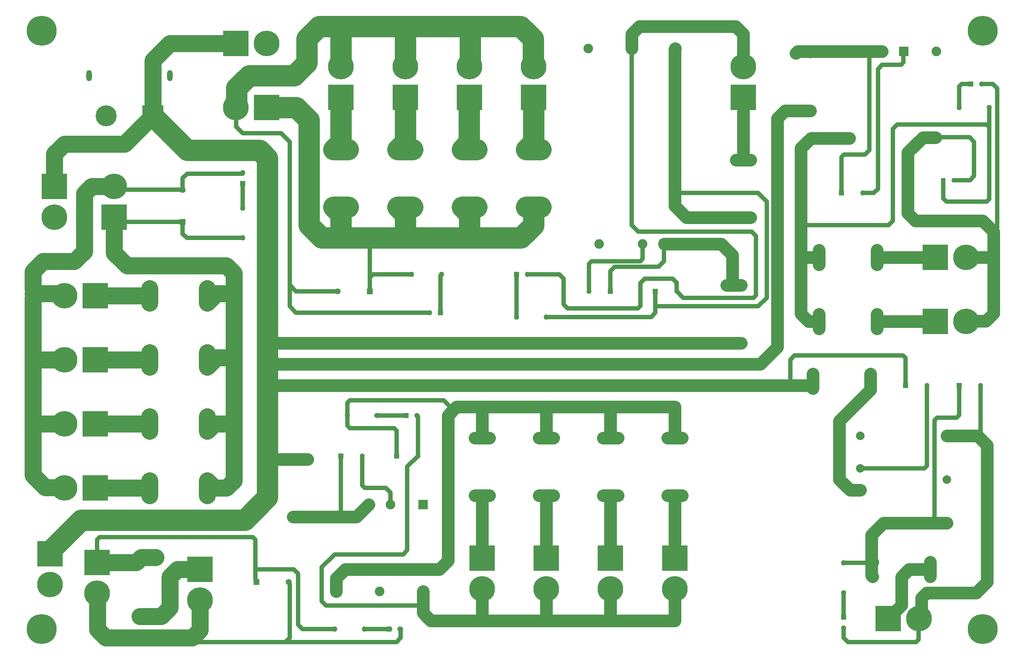
<source format=gtl>
G04*
G04 #@! TF.GenerationSoftware,Altium Limited,Altium Designer,22.8.2 (66)*
G04*
G04 Layer_Physical_Order=1*
G04 Layer_Color=255*
%FSLAX42Y42*%
%MOMM*%
G71*
G04*
G04 #@! TF.SameCoordinates,682EC182-1CE9-4BC9-A6E4-3494537964B9*
G04*
G04*
G04 #@! TF.FilePolarity,Positive*
G04*
G01*
G75*
%ADD38C,1.00*%
%ADD39C,3.00*%
%ADD40C,4.00*%
%ADD41C,5.00*%
%ADD42R,1.40X1.40*%
%ADD43C,1.40*%
%ADD44R,6.00X6.00*%
%ADD45C,6.00*%
%ADD46C,2.40*%
%ADD47R,4.92X4.92*%
%ADD48C,4.92*%
%ADD49O,1.30X2.60*%
%ADD50R,1.21X1.21*%
%ADD51C,1.21*%
%ADD52R,1.40X1.40*%
%ADD53C,1.26*%
%ADD54R,6.00X6.00*%
%ADD55R,1.21X1.21*%
%ADD56C,1.20*%
%ADD57R,1.20X1.20*%
%ADD58C,2.25*%
%ADD59R,2.25X2.25*%
%ADD60C,2.00*%
%ADD61R,2.00X2.00*%
%ADD62C,7.00*%
%ADD63R,2.25X2.25*%
%ADD64R,1.10X1.10*%
%ADD65C,1.10*%
D38*
X8155Y8420D02*
X8175Y8400D01*
X12700Y8100D02*
Y8700D01*
X12600Y8800D02*
X12700Y8700D01*
X11857Y8800D02*
X12600D01*
X11600Y7800D02*
Y8799D01*
X12700Y8100D02*
X12800Y8000D01*
X12300Y7800D02*
X14750D01*
X21000Y259D02*
Y740D01*
X20941Y200D02*
X21000Y259D01*
X19350Y200D02*
X20941D01*
X19250Y300D02*
X19350Y200D01*
X19250Y300D02*
Y523D01*
X8175Y9575D02*
X8250Y9650D01*
X8175Y8725D02*
Y9575D01*
Y8725D02*
X8250Y8800D01*
X8175Y8400D02*
Y8725D01*
X8250Y8800D02*
X9150D01*
X9827Y8770D02*
X9850Y8793D01*
Y8800D01*
X9827Y7900D02*
Y8770D01*
X9145Y8795D02*
X9150Y8800D01*
X9850D02*
X9857D01*
X6300Y8050D02*
Y8550D01*
Y8050D02*
X6450Y7900D01*
X9550D01*
X5040Y12700D02*
X5050Y12690D01*
Y12250D02*
Y12690D01*
Y12250D02*
X5200Y12100D01*
X6100D01*
X6300Y11900D01*
Y8550D02*
Y11900D01*
Y8550D02*
X6450Y8400D01*
X7425D01*
X15500Y8250D02*
X17141D01*
X17200Y8309D02*
Y9700D01*
X15350Y8400D02*
X15500Y8250D01*
X17141D02*
X17200Y8309D01*
X15346Y8404D02*
X15350Y8400D01*
X17450Y8250D02*
Y10500D01*
X17250Y8050D02*
X17450Y8250D01*
X14850Y8050D02*
X17250D01*
X14850Y7900D02*
Y8050D01*
Y8400D01*
Y8050D02*
X14850Y8050D01*
X8896Y496D02*
X8900Y500D01*
X5500Y1900D02*
Y2591D01*
X1859Y2650D02*
X5441D01*
X5500Y2591D01*
X1800Y2174D02*
Y2591D01*
Y2060D02*
Y2174D01*
Y2591D02*
X1859Y2650D01*
X21440Y12008D02*
X22192D01*
X22300Y11900D01*
X21416Y11984D02*
X21440Y12008D01*
X20591Y13700D02*
X20650Y13759D01*
X20150Y13700D02*
X20591D01*
X20650Y13759D02*
Y14026D01*
X21950Y12700D02*
Y13191D01*
X22009Y13250D01*
X22223D01*
X22650Y12241D02*
Y12700D01*
X22650Y12700D01*
X22750Y9800D02*
X22838Y9888D01*
Y13153D01*
X22741Y13250D02*
X22838Y13153D01*
X22477Y13250D02*
X22741D01*
X22591Y10500D02*
X22650Y10559D01*
Y12241D01*
X22591Y12300D02*
X22650Y12241D01*
X21650Y10500D02*
X22591D01*
X20500Y12300D02*
X22591D01*
X18250Y9950D02*
X20300D01*
X20400Y10050D02*
Y12200D01*
X20300Y9950D02*
X20400Y10050D01*
Y12200D02*
X20500Y12300D01*
X21575Y10575D02*
Y11000D01*
Y10575D02*
X21650Y10500D01*
X21825Y11000D02*
X22200D01*
X22300Y11100D01*
Y11900D01*
X20050Y13600D02*
X20150Y13700D01*
X20050Y10800D02*
Y13600D01*
X19700Y10700D02*
X19950D01*
X20050Y10800D01*
X19850Y11700D02*
Y14016D01*
X19750Y11600D02*
X19850Y11700D01*
X19200Y10700D02*
Y11541D01*
X19259Y11600D01*
X19750D01*
X9300Y4550D02*
Y5471D01*
X9050Y4300D02*
X9300Y4550D01*
X9050Y2350D02*
Y4300D01*
X9281Y5490D02*
X9300Y5471D01*
X9281Y5490D02*
Y5498D01*
X9900Y5850D02*
X10125Y5625D01*
X7709Y5850D02*
X9900D01*
X7650Y5550D02*
Y5791D01*
X7709Y5850D01*
X8327Y5500D02*
X9000D01*
X7650D02*
Y5550D01*
Y5259D02*
Y5500D01*
X7709Y5200D02*
X8741D01*
X7650Y5259D02*
X7709Y5200D01*
X8800Y4550D02*
Y5141D01*
X8741Y5200D02*
X8800Y5141D01*
X8550Y3800D02*
X8654Y3696D01*
Y3416D02*
Y3696D01*
X8059Y3800D02*
X8550D01*
X7150Y1050D02*
X9416D01*
X7050Y1150D02*
X7150Y1050D01*
X7050Y1150D02*
Y1950D01*
X7350Y2250D01*
X8950D01*
X9050Y2350D01*
X8000Y3859D02*
X8059Y3800D01*
X8000Y3859D02*
Y4550D01*
X7450Y3126D02*
X7500Y3176D01*
Y4550D01*
X5200Y10350D02*
Y10900D01*
X3900Y9650D02*
X5200D01*
X3800Y9750D02*
Y10025D01*
Y9750D02*
X3900Y9650D01*
X3904Y11154D02*
X5200D01*
X3800Y11050D02*
X3904Y11154D01*
X3800Y10775D02*
Y11050D01*
X2200Y10140D02*
X2315Y10025D01*
X3800D01*
X2277Y10783D02*
X3792D01*
X3800Y10775D01*
X2200Y10860D02*
X2277Y10783D01*
X21000Y740D02*
X21010Y750D01*
X19250Y777D02*
Y1350D01*
X19255Y2055D02*
X19911D01*
X19926Y2070D01*
X19250Y2050D02*
X19255Y2055D01*
X21200Y4319D02*
Y6200D01*
X21141Y4260D02*
X21200Y4319D01*
X19635Y4260D02*
X21141D01*
X21377Y5391D02*
X21435Y5450D01*
X21891D01*
X21377Y2980D02*
Y5391D01*
X17950Y6200D02*
X18000Y6250D01*
Y6800D01*
X18100Y6900D01*
X20641D02*
X20700Y6841D01*
X18100Y6900D02*
X20641D01*
X20700Y6200D02*
Y6841D01*
X21950Y5509D02*
Y6200D01*
X21891Y5450D02*
X21950Y5509D01*
X22450Y5090D02*
Y6200D01*
X22380Y5020D02*
X22450Y5090D01*
X15346Y8404D02*
Y8604D01*
X15250Y8700D02*
X15346Y8604D01*
X14600Y8700D02*
X15250D01*
X14500Y8059D02*
Y8600D01*
X14600Y8700D01*
X12800Y8000D02*
X14441D01*
X14500Y8059D01*
X14750Y7800D02*
X14850Y7900D01*
X14450Y9800D02*
X17100D01*
X17200Y9700D01*
X14300Y9950D02*
X14450Y9800D01*
X14300Y9950D02*
Y14086D01*
X15050Y9100D02*
Y9502D01*
X17250Y10700D02*
X17450Y10500D01*
X15300Y10750D02*
X15350Y10700D01*
X17250D01*
X15050Y9502D02*
X15062Y9514D01*
X13900Y8975D02*
X14925D01*
X15050Y9100D01*
X13359Y9100D02*
X14495D01*
X14554Y9159D01*
X13300Y9041D02*
X13359Y9100D01*
X14554Y9159D02*
Y9514D01*
X13800Y8875D02*
X13900Y8975D01*
X13800Y8400D02*
Y8875D01*
X13300Y8400D02*
Y9041D01*
X6200Y200D02*
X8800Y200D01*
X8896Y296D01*
Y496D01*
X8050Y500D02*
X8646D01*
X6400Y1900D02*
X6500Y1800D01*
X5500Y1900D02*
X6400D01*
X6500Y600D02*
Y1800D01*
X5500Y1679D02*
Y1900D01*
X6600Y500D02*
X7350D01*
X6500Y600D02*
X6600Y500D01*
X5505Y1620D02*
X5525Y1600D01*
X5505Y1620D02*
Y1674D01*
X5500Y1679D02*
X5505Y1674D01*
X6300Y300D02*
Y1564D01*
X4100Y200D02*
X6200D01*
X6300Y300D01*
X6275Y1589D02*
X6300Y1564D01*
X6275Y1589D02*
Y1600D01*
D39*
X15300Y700D02*
Y1440D01*
X13800Y700D02*
X15300D01*
Y2160D02*
Y3626D01*
X13800Y2160D02*
Y3626D01*
Y700D02*
Y1440D01*
X12300Y700D02*
Y1440D01*
Y2160D02*
Y3626D01*
X10800Y2160D02*
Y3626D01*
Y700D02*
Y1440D01*
X15300Y4974D02*
Y5700D01*
X13800Y4974D02*
Y5700D01*
X12300Y4974D02*
Y5700D01*
X10800Y4974D02*
Y5700D01*
X15300Y3626D02*
X15470D01*
X15130D02*
X15300D01*
X15130Y4974D02*
X15300D01*
X15470D01*
X13800Y3626D02*
X13970D01*
X13630D02*
X13800D01*
Y4974D02*
X13970D01*
X13630D02*
X13800D01*
X12130Y3626D02*
X12300D01*
X12470D01*
X12130Y4974D02*
X12300D01*
X12470D01*
X10630Y3626D02*
X10800D01*
X10970D01*
X10630Y4974D02*
X10800D01*
X10970D01*
X19900Y1757D02*
Y2043D01*
Y1757D02*
X19926Y1730D01*
X19900Y2043D02*
X19926Y2070D01*
X19900Y2097D02*
X19926Y2070D01*
X19900Y2700D02*
X20180Y2980D01*
X19900Y2097D02*
Y2700D01*
X20180Y2980D02*
X21377D01*
X22600Y1600D02*
Y4800D01*
X20600Y1060D02*
Y1724D01*
X20776Y1900D02*
X21274D01*
X20290Y750D02*
X20600Y1060D01*
Y1724D02*
X20776Y1900D01*
X300Y8350D02*
Y8450D01*
Y8250D02*
Y8350D01*
X16700Y8547D02*
X16850D01*
X16510D02*
X16700D01*
X16650Y8597D02*
Y9250D01*
Y8597D02*
X16700Y8547D01*
X5781Y7193D02*
X16850D01*
X16386Y9514D02*
X16650Y9250D01*
X5781Y6700D02*
X17300D01*
X17700Y7100D01*
X11993Y13667D02*
X12000Y13660D01*
X11960Y13700D02*
X11993Y13667D01*
X5059Y12719D02*
X5097Y12757D01*
X1800Y1240D02*
X1810Y1230D01*
X21100Y12000D02*
X21400D01*
X20750Y11650D02*
X21100Y12000D01*
X18250Y9200D02*
X18676D01*
X20146Y14016D02*
X20150D01*
X19850D02*
X20146D01*
X18173D02*
X19850D01*
X18676Y7530D02*
Y7870D01*
X18250Y9950D02*
Y11750D01*
Y9200D02*
Y9950D01*
X20750Y10226D02*
Y11650D01*
X20926Y10050D02*
X22500D01*
X20750Y10226D02*
X20926Y10050D01*
X22500D02*
X22750Y9800D01*
X18250Y11750D02*
X18484Y11984D01*
X10125Y5625D02*
X10200Y5700D01*
X10000Y5500D02*
X10125Y5625D01*
X9416Y1050D02*
Y1384D01*
Y884D02*
Y1050D01*
X7450Y3126D02*
X7857D01*
X6720D02*
X7450D01*
X7857D02*
X8146Y3416D01*
X6380Y3126D02*
X6720D01*
X5805Y4474D02*
X6380D01*
X5781Y4450D02*
X5805Y4474D01*
X6380D02*
X6720D01*
X21274Y1900D02*
Y2070D01*
Y1730D02*
Y1900D01*
X21377Y2980D02*
X21665D01*
X17950Y6200D02*
X18457D01*
X17300D02*
X17950D01*
X21067Y1232D02*
X21186Y1350D01*
X22350D01*
X21010Y750D02*
X21067Y807D01*
Y1232D01*
X22380Y5020D02*
X22600Y4800D01*
X21665Y5020D02*
X22380D01*
X19150Y5374D02*
X19874Y6098D01*
Y6470D01*
X19150Y4000D02*
Y5374D01*
Y4000D02*
X19400Y3750D01*
X19635D01*
X18457Y6200D02*
X18526Y6130D01*
Y6470D01*
X22350Y1350D02*
X22600Y1600D01*
X5850Y6200D02*
X17300Y6200D01*
X13800Y5700D02*
X15300D01*
X15062Y9514D02*
X16386D01*
X15300Y10750D02*
Y14070D01*
Y10400D02*
Y10750D01*
X17700Y12451D02*
X17876Y12626D01*
X18130D01*
X17700Y7100D02*
Y12451D01*
X15574Y10126D02*
X16730D01*
X18130Y12626D02*
X18470D01*
X7384Y1384D02*
Y1684D01*
X7600Y1900D02*
X9800D01*
X7384Y1684D02*
X7600Y1900D01*
X1030Y3810D02*
X1040Y3800D01*
X22750Y9200D02*
Y9800D01*
Y7886D02*
Y9200D01*
X22110D02*
X22750D01*
X22574Y7710D02*
X22750Y7886D01*
X22120Y7710D02*
X22574D01*
X22110Y7700D02*
X22120Y7710D01*
X18250Y7876D02*
Y9200D01*
X18676D02*
Y9370D01*
Y9030D02*
Y9200D01*
X18250Y7876D02*
X18426Y7700D01*
X18650D01*
X18484Y11984D02*
X19384D01*
X20024Y9200D02*
Y9370D01*
Y9030D02*
Y9200D01*
X21390D01*
X20024Y7700D02*
Y7870D01*
Y7530D02*
Y7700D01*
X21390D01*
X18130Y13974D02*
X18173Y14016D01*
X12300Y5700D02*
X13800D01*
X10800D02*
X12300D01*
X10200D02*
X10800D01*
X10000Y2100D02*
Y5500D01*
X9800Y1900D02*
X10000Y2100D01*
X10800Y700D02*
X12300D01*
X9600D02*
X10800D01*
X12300D02*
X13800D01*
X9416Y884D02*
X9600Y700D01*
X16900Y13660D02*
Y14424D01*
X16724Y14600D02*
X16900Y14424D01*
X14476Y14600D02*
X16724D01*
X14300Y14424D02*
X14476Y14600D01*
X14300Y14086D02*
Y14424D01*
X15300Y14070D02*
X15316Y14086D01*
X15300Y10400D02*
X15574Y10126D01*
X16730D02*
X17070D01*
X16900Y11474D02*
X17070D01*
X16730D02*
X16900D01*
Y12940D01*
X970Y5400D02*
X970Y5400D01*
D40*
X3500Y1002D02*
Y1724D01*
X3676Y1900D02*
X4200D01*
X3500Y1724D02*
X3676Y1900D01*
X800Y10860D02*
Y11616D01*
X1034Y11850D01*
X2440D01*
X3100Y12510D01*
X2200Y9300D02*
X2500Y9000D01*
X5000Y8350D02*
Y8824D01*
X4824Y9000D02*
X5000Y8824D01*
X2500Y9000D02*
X4824D01*
X1500Y9334D02*
Y10684D01*
X534Y9100D02*
X1266D01*
X300Y8450D02*
Y8866D01*
X534Y9100D01*
X1266D02*
X1500Y9334D01*
X3100Y13800D02*
X3500Y14200D01*
X5040D01*
X3100Y12510D02*
Y13800D01*
X5000Y6850D02*
Y8350D01*
X4374Y8130D02*
X4594Y8350D01*
X5000D01*
Y5300D02*
Y6850D01*
X4374Y6630D02*
X4594Y6850D01*
X5000D01*
Y3976D02*
Y5300D01*
X4374Y5130D02*
X4544Y5300D01*
X5000D01*
X4374Y3970D02*
X4544Y3800D01*
X4824D01*
X4374Y3630D02*
Y3970D01*
Y5130D02*
Y5470D01*
Y6630D02*
Y6970D01*
Y8130D02*
Y8470D01*
X849Y8350D02*
X860Y8338D01*
X1002D02*
X1040Y8300D01*
X860Y8338D02*
X1002D01*
X300Y8350D02*
X849D01*
X300Y6800D02*
Y8250D01*
X2830Y800D02*
X3298D01*
X2800D02*
X2830D01*
X1800Y2060D02*
X2717D01*
X2830Y2174D01*
X1810Y490D02*
X2000Y300D01*
X4024D01*
X4200Y476D01*
X1810Y490D02*
Y1230D01*
X4200Y476D02*
Y1180D01*
X2830Y2174D02*
X3170D01*
X3298Y800D02*
X3500Y1002D01*
X666Y2294D02*
X700Y2260D01*
X4824Y3800D02*
X5000Y3976D01*
X3026Y3800D02*
Y3970D01*
Y3630D02*
Y3800D01*
X1760D02*
X3026D01*
Y5300D02*
Y5470D01*
Y5130D02*
Y5300D01*
X1760D02*
X3026D01*
Y6800D02*
Y6970D01*
Y6630D02*
Y6800D01*
X1760D02*
X3026D01*
Y8300D02*
Y8470D01*
Y8130D02*
Y8300D01*
X1760D02*
X3026D01*
X590Y3810D02*
X1030D01*
X300Y4100D02*
X590Y3810D01*
X300Y5300D02*
Y6800D01*
Y4100D02*
Y5300D01*
X1040D01*
X300Y6800D02*
X1040D01*
X1500Y10684D02*
X1676Y10860D01*
X2200D01*
Y9300D02*
Y10140D01*
D41*
X3100Y12510D02*
X3910Y11700D01*
X8250Y9650D02*
X9000D01*
X7500D02*
X8250D01*
X666Y2294D02*
X734D01*
X5781Y7193D02*
Y11519D01*
Y6700D02*
Y7193D01*
Y4450D02*
Y6700D01*
X11830Y10376D02*
X12170D01*
X10500Y9650D02*
X11707D01*
X9000D02*
X10500D01*
X10330Y10376D02*
X10500Y10207D01*
Y9650D02*
Y10207D01*
X8830Y10376D02*
X9000Y10207D01*
Y9650D02*
Y10207D01*
X7330Y10376D02*
X7500Y10207D01*
X7050Y9650D02*
X7500D01*
Y10207D01*
X11830Y11724D02*
X12000Y11893D01*
Y12940D01*
X10496Y11890D02*
Y12937D01*
X10500Y12940D01*
X10330Y11724D02*
X10496Y11890D01*
X8830Y11724D02*
X9000Y11893D01*
Y12940D01*
X7330Y11724D02*
X7500Y11893D01*
Y12940D01*
X7330Y11724D02*
X7670D01*
X8830D02*
X9170D01*
X10330D02*
X10670D01*
X11830D02*
X12170D01*
X10330Y10376D02*
X10670D01*
X8830D02*
X9170D01*
X7330D02*
X7670D01*
X10550Y14600D02*
X11700D01*
X9000D02*
X10550D01*
X10500Y13660D02*
X10519Y13679D01*
Y14569D01*
X10550Y14600D01*
X7500D02*
X9000D01*
Y13660D02*
Y14600D01*
X6993D02*
X7500D01*
Y13660D02*
Y14600D01*
X12000Y9943D02*
Y10300D01*
X11707Y9650D02*
X12000Y9943D01*
X6750Y9950D02*
X7050Y9650D01*
X6750Y9950D02*
Y12407D01*
X6457Y12700D02*
X6750Y12407D01*
X5760Y12700D02*
X6457D01*
X6700Y13743D02*
Y14307D01*
X5352Y13450D02*
X6407D01*
X6700Y13743D01*
Y14307D02*
X6993Y14600D01*
X5040Y12700D02*
X5059Y12719D01*
X11993Y13667D02*
Y14307D01*
X11700Y14600D02*
X11993Y14307D01*
X5059Y13157D02*
X5352Y13450D01*
X5059Y12719D02*
Y13157D01*
X7481Y13641D02*
X7500Y13660D01*
X750Y2377D02*
X1423Y3050D01*
X5250D01*
X5781Y3581D01*
X734Y2294D02*
X750Y2310D01*
Y2377D01*
X5781Y3581D02*
Y4450D01*
X3910Y11700D02*
X5600D01*
X5781Y11519D01*
D42*
X8175Y8400D02*
D03*
X5525Y1600D02*
D03*
D43*
X7425Y8400D02*
D03*
X3800Y10775D02*
D03*
X6275Y1600D02*
D03*
D44*
X15300Y2160D02*
D03*
X13800D02*
D03*
X12300D02*
D03*
X10800D02*
D03*
X800Y10860D02*
D03*
X2200Y10140D02*
D03*
X4200Y1900D02*
D03*
X1800Y2060D02*
D03*
X700Y2260D02*
D03*
X12000Y12940D02*
D03*
X10500D02*
D03*
X9000D02*
D03*
X7500D02*
D03*
X16900D02*
D03*
D45*
X15300Y1440D02*
D03*
X13800D02*
D03*
X12300D02*
D03*
X10800D02*
D03*
X800Y10140D02*
D03*
X2200Y10860D02*
D03*
X5760Y14200D02*
D03*
X21010Y750D02*
D03*
X22110Y9200D02*
D03*
Y7700D02*
D03*
X4200Y1180D02*
D03*
X1800Y1340D02*
D03*
X700Y1540D02*
D03*
X1040Y5300D02*
D03*
Y6800D02*
D03*
Y8300D02*
D03*
X12000Y13660D02*
D03*
X10500D02*
D03*
X9000D02*
D03*
X7500D02*
D03*
X16900D02*
D03*
X5040Y12700D02*
D03*
X1040Y3800D02*
D03*
D46*
X15470Y4974D02*
D03*
X15130D02*
D03*
X15470Y3626D02*
D03*
X15130D02*
D03*
X13970Y4974D02*
D03*
X13630D02*
D03*
X13970Y3626D02*
D03*
X13630D02*
D03*
X12470Y4974D02*
D03*
X12130D02*
D03*
X12470Y3626D02*
D03*
X12130D02*
D03*
X10970Y4974D02*
D03*
X10630D02*
D03*
X10970Y3626D02*
D03*
X10630D02*
D03*
X3026Y8470D02*
D03*
Y8130D02*
D03*
X4374Y8470D02*
D03*
Y8130D02*
D03*
X2830Y827D02*
D03*
X3170D02*
D03*
X2830Y2174D02*
D03*
X3170D02*
D03*
X12170Y11724D02*
D03*
X11830D02*
D03*
X12170Y10376D02*
D03*
X11830D02*
D03*
X10670Y11724D02*
D03*
X10330D02*
D03*
X10670Y10376D02*
D03*
X10330D02*
D03*
X9170Y11724D02*
D03*
X8830D02*
D03*
X9170Y10376D02*
D03*
X8830D02*
D03*
X7670Y11724D02*
D03*
X7330D02*
D03*
X7670Y10376D02*
D03*
X7330D02*
D03*
X17070Y11474D02*
D03*
X16730D02*
D03*
X17070Y10126D02*
D03*
X16730D02*
D03*
X21274Y1730D02*
D03*
Y2070D02*
D03*
X19926Y1730D02*
D03*
Y2070D02*
D03*
X20024Y9030D02*
D03*
Y9370D02*
D03*
X18676Y9030D02*
D03*
Y9370D02*
D03*
X20024Y7530D02*
D03*
Y7870D02*
D03*
X18676Y7530D02*
D03*
Y7870D02*
D03*
X16850Y8547D02*
D03*
X16510D02*
D03*
X16850Y7200D02*
D03*
X16510D02*
D03*
X6380Y3126D02*
D03*
X6720D02*
D03*
X6380Y4474D02*
D03*
X6720D02*
D03*
X19874Y6130D02*
D03*
Y6470D02*
D03*
X18526Y6130D02*
D03*
Y6470D02*
D03*
X4374Y6630D02*
D03*
Y6970D02*
D03*
X3026Y6630D02*
D03*
Y6970D02*
D03*
X4374Y5130D02*
D03*
Y5470D02*
D03*
X3026Y5130D02*
D03*
Y5470D02*
D03*
X18130Y12626D02*
D03*
X18470D02*
D03*
X18130Y13974D02*
D03*
X18470D02*
D03*
X4374Y3630D02*
D03*
Y3970D02*
D03*
X3026Y3630D02*
D03*
Y3970D02*
D03*
D47*
X3100Y12510D02*
D03*
D48*
X2010D02*
D03*
D49*
X3500Y13450D02*
D03*
X1610D02*
D03*
D50*
X11603Y8800D02*
D03*
X9827Y7900D02*
D03*
X9023Y5500D02*
D03*
X22223Y13250D02*
D03*
X8623Y500D02*
D03*
D51*
X11857Y8800D02*
D03*
X9573Y7900D02*
D03*
X9277Y5500D02*
D03*
X19250Y523D02*
D03*
X5200Y11177D02*
D03*
X22477Y13250D02*
D03*
X8877Y500D02*
D03*
D52*
X3800Y10025D02*
D03*
D53*
X9850Y8800D02*
D03*
X9150D02*
D03*
X21950Y12700D02*
D03*
X22650D02*
D03*
X19250Y1350D02*
D03*
Y2050D02*
D03*
X11600Y7800D02*
D03*
X12300D02*
D03*
X8350Y5500D02*
D03*
X7650D02*
D03*
X7350Y500D02*
D03*
X8050D02*
D03*
X5200Y9650D02*
D03*
Y10350D02*
D03*
D54*
X5040Y14200D02*
D03*
X20290Y750D02*
D03*
X21390Y9200D02*
D03*
Y7700D02*
D03*
X1760Y5300D02*
D03*
Y6800D02*
D03*
Y8300D02*
D03*
X5760Y12700D02*
D03*
X1760Y3800D02*
D03*
D55*
X19250Y777D02*
D03*
X5200Y10923D02*
D03*
D56*
X19700Y10700D02*
D03*
X21200Y6200D02*
D03*
X22450D02*
D03*
X13300Y8400D02*
D03*
X8000Y4550D02*
D03*
X9300D02*
D03*
X15350Y8400D02*
D03*
D57*
X19200Y10700D02*
D03*
X20700Y6200D02*
D03*
X21950D02*
D03*
X13800Y8400D02*
D03*
X7500Y4550D02*
D03*
X8800D02*
D03*
X14850Y8400D02*
D03*
D58*
X21416Y14016D02*
D03*
Y11984D02*
D03*
X19384D02*
D03*
X20146Y14016D02*
D03*
X14554Y9514D02*
D03*
X13538D02*
D03*
X14300Y14086D02*
D03*
X15316D02*
D03*
X13284D02*
D03*
X8400Y1384D02*
D03*
X8654Y3416D02*
D03*
X8146D02*
D03*
X9416Y1384D02*
D03*
X7384D02*
D03*
D59*
X20654Y14016D02*
D03*
D60*
X19635Y5020D02*
D03*
X21665D02*
D03*
Y4000D02*
D03*
Y2980D02*
D03*
X19635Y4260D02*
D03*
D61*
Y3750D02*
D03*
D62*
X22500Y14500D02*
D03*
Y500D02*
D03*
X500D02*
D03*
Y14500D02*
D03*
D63*
X15062Y9514D02*
D03*
X9416Y3416D02*
D03*
D64*
X21575Y11000D02*
D03*
D65*
X21825D02*
D03*
M02*

</source>
